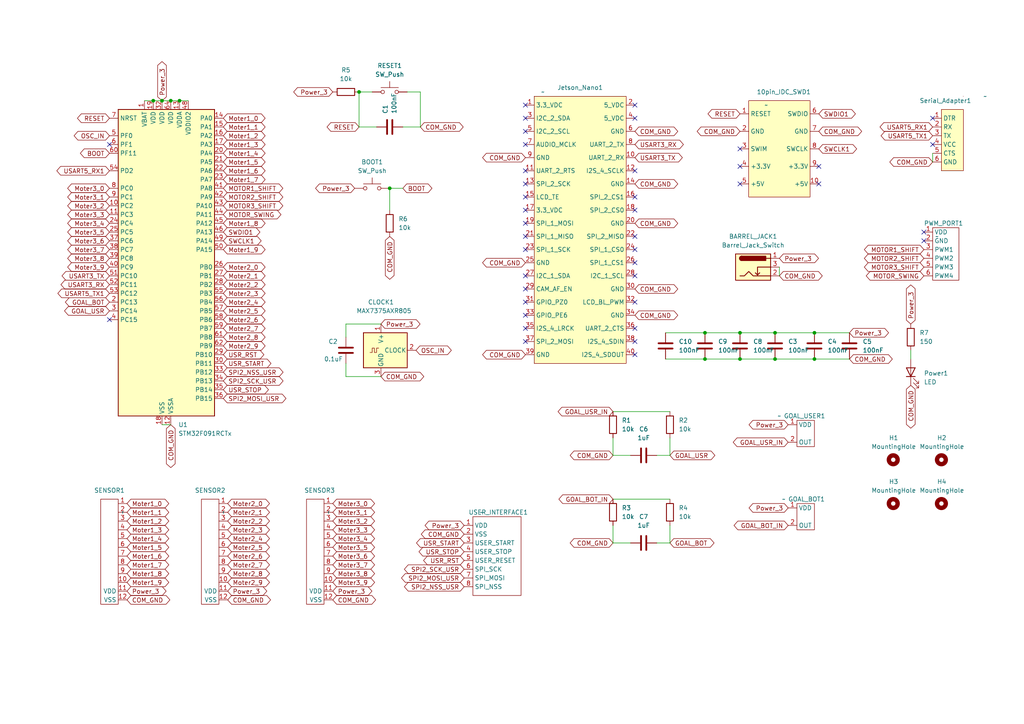
<source format=kicad_sch>
(kicad_sch (version 20230121) (generator eeschema)
  (paper "A4")
  (title_block (title "Computational Board ") (date "2024-02-27"))
  (lib_symbols
    (symbol "Connector:Barrel_Jack_Switch" (pin_names hide)
      (property "Reference" "J" (at 0 5.334 0))
      (property "Value" "Barrel_Jack_Switch" (at 0 -5.08 0))
      (symbol "Barrel_Jack_Switch_0_1"
        (rectangle (start -5.08 3.81) (end 5.08 -3.81) (stroke (width 0.254)) (fill (type background)))
        (arc (start -3.302 3.175) (mid -3.9343 2.54) (end -3.302 1.905) (stroke (width 0.254)))
        (arc (start -3.302 3.175) (mid -3.9343 2.54) (end -3.302 1.905) (stroke (width 0.254)) (fill (type outline)))
        (polyline (pts (xy 1.27 -2.286) (xy 1.905 -1.651)) (stroke (width 0.254)))
        (polyline (pts (xy 5.08 2.54) (xy 3.81 2.54)) (stroke (width 0.254)))
        (polyline (pts (xy 5.08 0) (xy 1.27 0) (xy 1.27 -2.286) (xy 0.635 -1.651)) (stroke (width 0.254)))
        (polyline (pts (xy -3.81 -2.54) (xy -2.54 -2.54) (xy -1.27 -1.27) (xy 0 -2.54) (xy 2.54 -2.54) (xy 5.08 -2.54)) (stroke (width 0.254)))
        (rectangle (start 3.683 3.175) (end -3.302 1.905) (stroke (width 0.254)) (fill (type outline)))
      )
      (symbol "Barrel_Jack_Switch_1_1"
        (pin passive line (at 7.62 2.54 180) (length 2.54) (name "~") (number "1"))
        (pin passive line (at 7.62 -2.54 180) (length 2.54) (name "~") (number "2"))
        (pin passive line (at 7.62 0 180) (length 2.54) (name "~") (number "3"))
      )
    )
    (symbol "Device:C" (pin_numbers hide) (pin_names (offset 0.254))
      (property "Reference" "C" (at 0.635 2.54 0))
      (property "Value" "C" (at 0.635 -2.54 0))
      (symbol "C_0_1"
        (polyline (pts (xy -2.032 -0.762) (xy 2.032 -0.762)) (stroke (width 0.508)))
        (polyline (pts (xy -2.032 0.762) (xy 2.032 0.762)) (stroke (width 0.508)))
      )
      (symbol "C_1_1"
        (pin passive line (at 0 3.81 270) (length 2.794) (name "~") (number "1"))
        (pin passive line (at 0 -3.81 90) (length 2.794) (name "~") (number "2"))
      )
    )
    (symbol "Device:LED" (pin_numbers hide) (pin_names (offset 1.016) hide)
      (property "Reference" "D" (at 0 2.54 0))
      (property "Value" "LED" (at 0 -2.54 0))
      (symbol "LED_0_1"
        (polyline (pts (xy -1.27 -1.27) (xy -1.27 1.27)) (stroke (width 0.254)))
        (polyline (pts (xy -1.27 0) (xy 1.27 0)))
        (polyline (pts (xy 1.27 -1.27) (xy 1.27 1.27) (xy -1.27 0) (xy 1.27 -1.27)) (stroke (width 0.254)))
        (polyline (pts (xy -3.048 -0.762) (xy -4.572 -2.286) (xy -3.81 -2.286) (xy -4.572 -2.286) (xy -4.572 -1.524)))
        (polyline (pts (xy -1.778 -0.762) (xy -3.302 -2.286) (xy -2.54 -2.286) (xy -3.302 -2.286) (xy -3.302 -1.524)))
      )
      (symbol "LED_1_1"
        (pin passive line (at -3.81 0 0) (length 2.54) (name "K") (number "1"))
        (pin passive line (at 3.81 0 180) (length 2.54) (name "A") (number "2"))
      )
    )
    (symbol "Device:R" (pin_numbers hide) (pin_names (offset 0))
      (property "Reference" "R" (at 2.032 0 90))
      (property "Value" "R" (at 0 0 90))
      (symbol "R_0_1"
        (rectangle (start -1.016 -2.54) (end 1.016 2.54) (stroke (width 0.254)))
      )
      (symbol "R_1_1"
        (pin passive line (at 0 3.81 270) (length 1.27) (name "~") (number "1"))
        (pin passive line (at 0 -3.81 90) (length 1.27) (name "~") (number "2"))
      )
    )
    (symbol "GOAL_1"
      (property "Reference" "GOAL_USER1" (at -5.08 0 0))
      (property "Value" "~" (at -6.35 0 0))
      (symbol "GOAL_1_0_1"
        (rectangle (start -1.27 -1.27) (end 3.81 -8.89))
      )
      (symbol "GOAL_1_1_1"
        (pin passive line (at -3.81 -2.54 0) (length 2.54) (name "VDD") (number "1"))
        (pin passive line (at -3.81 -7.62 0) (length 2.54) (name "OUT") (number "2"))
      )
    )
    (symbol "Hall-effect_Sensor_Port_1"
      (property "Reference" "SENSOR1" (at 11.43 -5.08 0))
      (property "Value" "~" (at 0 0 0))
      (symbol "Hall-effect_Sensor_Port_1_0_1"
        (rectangle (start -3.81 -1.27) (end 26.67 -6.35))
      )
      (symbol "Hall-effect_Sensor_Port_1_1_1"
        (pin passive line (at -2.54 1.27 270) (length 2.54) (name "") (number "1"))
        (pin passive line (at 20.32 1.27 270) (length 2.54) (name "") (number "10"))
        (pin passive line (at 22.86 1.27 270) (length 2.54) (name "VDD") (number "11"))
        (pin passive line (at 25.4 1.27 270) (length 2.54) (name "VSS") (number "12"))
        (pin passive line (at 0 1.27 270) (length 2.54) (name "") (number "2"))
        (pin passive line (at 2.54 1.27 270) (length 2.54) (name "") (number "3"))
        (pin passive line (at 5.08 1.27 270) (length 2.54) (name "") (number "4"))
        (pin passive line (at 7.62 1.27 270) (length 2.54) (name "") (number "5"))
        (pin passive line (at 10.16 1.27 270) (length 2.54) (name "") (number "6"))
        (pin passive line (at 12.7 1.27 270) (length 2.54) (name "") (number "7"))
        (pin passive line (at 15.24 1.27 270) (length 2.54) (name "") (number "8"))
        (pin passive line (at 17.78 1.27 270) (length 2.54) (name "") (number "9"))
      )
    )
    (symbol "Hall-effect_Sensor_Port_2"
      (property "Reference" "SENSOR2" (at -6.35 -1.27 90))
      (property "Value" "~" (at 0 0 0))
      (symbol "Hall-effect_Sensor_Port_2_0_1"
        (rectangle (start -3.81 -1.27) (end 26.67 -6.35))
      )
      (symbol "Hall-effect_Sensor_Port_2_1_1"
        (pin passive line (at -2.54 1.27 270) (length 2.54) (name "") (number "1"))
        (pin passive line (at 20.32 1.27 270) (length 2.54) (name "") (number "10"))
        (pin passive line (at 22.86 1.27 270) (length 2.54) (name "VDD") (number "11"))
        (pin passive line (at 25.4 1.27 270) (length 2.54) (name "VSS") (number "12"))
        (pin passive line (at 0 1.27 270) (length 2.54) (name "") (number "2"))
        (pin passive line (at 2.54 1.27 270) (length 2.54) (name "") (number "3"))
        (pin passive line (at 5.08 1.27 270) (length 2.54) (name "") (number "4"))
        (pin passive line (at 7.62 1.27 270) (length 2.54) (name "") (number "5"))
        (pin passive line (at 10.16 1.27 270) (length 2.54) (name "") (number "6"))
        (pin passive line (at 12.7 1.27 270) (length 2.54) (name "") (number "7"))
        (pin passive line (at 15.24 1.27 270) (length 2.54) (name "") (number "8"))
        (pin passive line (at 17.78 1.27 270) (length 2.54) (name "") (number "9"))
      )
    )
    (symbol "MCU_ST_STM32F0:STM32F091RCTx"
      (property "Reference" "U" (at -12.7 46.99 0))
      (property "Value" "STM32F091RCTx" (at 10.16 46.99 0))
      (symbol "STM32F091RCTx_0_1"
        (rectangle (start -12.7 -43.18) (end 15.24 45.72) (stroke (width 0.254)) (fill (type background)))
      )
      (symbol "STM32F091RCTx_1_1"
        (pin power_in line (at -5.08 48.26 270) (length 2.54) (name "VBAT") (number "1"))
        (pin bidirectional line (at -15.24 17.78 0) (length 2.54) (name "PC2") (number "10"))
        (pin bidirectional line (at -15.24 15.24 0) (length 2.54) (name "PC3") (number "11"))
        (pin power_in line (at 2.54 -45.72 90) (length 2.54) (name "VSSA") (number "12"))
        (pin power_in line (at 5.08 48.26 270) (length 2.54) (name "VDDA") (number "13"))
        (pin bidirectional line (at 17.78 43.18 180) (length 2.54) (name "PA0") (number "14"))
        (pin bidirectional line (at 17.78 40.64 180) (length 2.54) (name "PA1") (number "15"))
        (pin bidirectional line (at 17.78 38.1 180) (length 2.54) (name "PA2") (number "16"))
        (pin bidirectional line (at 17.78 35.56 180) (length 2.54) (name "PA3") (number "17"))
        (pin power_in line (at 0 -45.72 90) (length 2.54) (name "VSS") (number "18"))
        (pin power_in line (at -2.54 48.26 270) (length 2.54) (name "VDD") (number "19"))
        (pin bidirectional line (at -15.24 -10.16 0) (length 2.54) (name "PC13") (number "2"))
        (pin bidirectional line (at 17.78 33.02 180) (length 2.54) (name "PA4") (number "20"))
        (pin bidirectional line (at 17.78 30.48 180) (length 2.54) (name "PA5") (number "21"))
        (pin bidirectional line (at 17.78 27.94 180) (length 2.54) (name "PA6") (number "22"))
        (pin bidirectional line (at 17.78 25.4 180) (length 2.54) (name "PA7") (number "23"))
        (pin bidirectional line (at -15.24 12.7 0) (length 2.54) (name "PC4") (number "24"))
        (pin bidirectional line (at -15.24 10.16 0) (length 2.54) (name "PC5") (number "25"))
        (pin bidirectional line (at 17.78 0 180) (length 2.54) (name "PB0") (number "26"))
        (pin bidirectional line (at 17.78 -2.54 180) (length 2.54) (name "PB1") (number "27"))
        (pin bidirectional line (at 17.78 -5.08 180) (length 2.54) (name "PB2") (number "28"))
        (pin bidirectional line (at 17.78 -25.4 180) (length 2.54) (name "PB10") (number "29"))
        (pin bidirectional line (at -15.24 -12.7 0) (length 2.54) (name "PC14") (number "3"))
        (pin bidirectional line (at 17.78 -27.94 180) (length 2.54) (name "PB11") (number "30"))
        (pin passive line (at 0 -45.72 90) (length 2.54) hide (name "VSS") (number "31"))
        (pin power_in line (at 0 48.26 270) (length 2.54) (name "VDD") (number "32"))
        (pin bidirectional line (at 17.78 -30.48 180) (length 2.54) (name "PB12") (number "33"))
        (pin bidirectional line (at 17.78 -33.02 180) (length 2.54) (name "PB13") (number "34"))
        (pin bidirectional line (at 17.78 -35.56 180) (length 2.54) (name "PB14") (number "35"))
        (pin bidirectional line (at 17.78 -38.1 180) (length 2.54) (name "PB15") (number "36"))
        (pin bidirectional line (at -15.24 7.62 0) (length 2.54) (name "PC6") (number "37"))
        (pin bidirectional line (at -15.24 5.08 0) (length 2.54) (name "PC7") (number "38"))
        (pin bidirectional line (at -15.24 2.54 0) (length 2.54) (name "PC8") (number "39"))
        (pin bidirectional line (at -15.24 -15.24 0) (length 2.54) (name "PC15") (number "4"))
        (pin bidirectional line (at -15.24 0 0) (length 2.54) (name "PC9") (number "40"))
        (pin bidirectional line (at 17.78 22.86 180) (length 2.54) (name "PA8") (number "41"))
        (pin bidirectional line (at 17.78 20.32 180) (length 2.54) (name "PA9") (number "42"))
        (pin bidirectional line (at 17.78 17.78 180) (length 2.54) (name "PA10") (number "43"))
        (pin bidirectional line (at 17.78 15.24 180) (length 2.54) (name "PA11") (number "44"))
        (pin bidirectional line (at 17.78 12.7 180) (length 2.54) (name "PA12") (number "45"))
        (pin bidirectional line (at 17.78 10.16 180) (length 2.54) (name "PA13") (number "46"))
        (pin passive line (at 0 -45.72 90) (length 2.54) hide (name "VSS") (number "47"))
        (pin power_in line (at 7.62 48.26 270) (length 2.54) (name "VDDIO2") (number "48"))
        (pin bidirectional line (at 17.78 7.62 180) (length 2.54) (name "PA14") (number "49"))
        (pin bidirectional line (at -15.24 38.1 0) (length 2.54) (name "PF0") (number "5"))
        (pin bidirectional line (at 17.78 5.08 180) (length 2.54) (name "PA15") (number "50"))
        (pin bidirectional line (at -15.24 -2.54 0) (length 2.54) (name "PC10") (number "51"))
        (pin bidirectional line (at -15.24 -5.08 0) (length 2.54) (name "PC11") (number "52"))
        (pin bidirectional line (at -15.24 -7.62 0) (length 2.54) (name "PC12") (number "53"))
        (pin bidirectional line (at -15.24 27.94 0) (length 2.54) (name "PD2") (number "54"))
        (pin bidirectional line (at 17.78 -7.62 180) (length 2.54) (name "PB3") (number "55"))
        (pin bidirectional line (at 17.78 -10.16 180) (length 2.54) (name "PB4") (number "56"))
        (pin bidirectional line (at 17.78 -12.7 180) (length 2.54) (name "PB5") (number "57"))
        (pin bidirectional line (at 17.78 -15.24 180) (length 2.54) (name "PB6") (number "58"))
        (pin bidirectional line (at 17.78 -17.78 180) (length 2.54) (name "PB7") (number "59"))
        (pin bidirectional line (at -15.24 35.56 0) (length 2.54) (name "PF1") (number "6"))
        (pin bidirectional line (at -15.24 33.02 0) (length 2.54) (name "PF11") (number "60"))
        (pin bidirectional line (at 17.78 -20.32 180) (length 2.54) (name "PB8") (number "61"))
        (pin bidirectional line (at 17.78 -22.86 180) (length 2.54) (name "PB9") (number "62"))
        (pin passive line (at 0 -45.72 90) (length 2.54) hide (name "VSS") (number "63"))
        (pin power_in line (at 2.54 48.26 270) (length 2.54) (name "VDD") (number "64"))
        (pin input line (at -15.24 43.18 0) (length 2.54) (name "NRST") (number "7"))
        (pin bidirectional line (at -15.24 22.86 0) (length 2.54) (name "PC0") (number "8"))
        (pin bidirectional line (at -15.24 20.32 0) (length 2.54) (name "PC1") (number "9"))
      )
    )
    (symbol "Mechanical:MountingHole" (pin_names (offset 1.016))
      (property "Reference" "H" (at 0 5.08 0))
      (property "Value" "MountingHole" (at 0 3.175 0))
      (symbol "MountingHole_0_1"
        (circle (center 0 0) (radius 1.27) (stroke (width 1.27)))
      )
    )
    (symbol "Oscillator:MAX7375AXR805" (pin_names (offset 0.254))
      (property "Reference" "U" (at -2.54 6.35 0))
      (property "Value" "MAX7375AXR805" (at 1.27 -6.35 0))
      (symbol "MAX7375AXR805_0_1"
        (rectangle (start -5.08 5.08) (end 7.62 -5.08) (stroke (width 0.254)) (fill (type background)))
        (polyline (pts (xy -3.175 -0.635) (xy -2.54 -0.635) (xy -2.54 0.635) (xy -1.905 0.635) (xy -1.905 -0.635) (xy -1.27 -0.635) (xy -1.27 0.635) (xy -0.635 0.635)))
      )
      (symbol "MAX7375AXR805_1_1"
        (pin power_in line (at 0 7.62 270) (length 2.54) (name "V+") (number "1"))
        (pin output line (at 10.16 0 180) (length 2.54) (name "CLOCK") (number "2"))
        (pin power_in line (at 0 -7.62 90) (length 2.54) (name "GND") (number "3"))
      )
    )
    (symbol "Senior Design:GOAL"
      (property "Reference" "GOAL_BOT1" (at -3.81 0 0))
      (property "Value" "~" (at -5.08 0 0))
      (symbol "GOAL_0_1"
        (rectangle (start -1.27 -1.27) (end 3.81 -8.89))
      )
      (symbol "GOAL_1_1"
        (pin passive line (at -3.81 -2.54 0) (length 2.54) (name "VDD") (number "1"))
        (pin passive line (at -3.81 -7.62 0) (length 2.54) (name "OUT") (number "2"))
      )
    )
    (symbol "Senior Design:Hall-effect_Sensor_Port"
      (property "Reference" "SENSOR3" (at -6.35 -2.54 90))
      (property "Value" "~" (at 0 0 0))
      (symbol "Hall-effect_Sensor_Port_0_1"
        (rectangle (start -3.81 -1.27) (end 26.67 -6.35))
      )
      (symbol "Hall-effect_Sensor_Port_1_1"
        (pin passive line (at -2.54 1.27 270) (length 2.54) (name "") (number "1"))
        (pin passive line (at 20.32 1.27 270) (length 2.54) (name "") (number "10"))
        (pin passive line (at 22.86 1.27 270) (length 2.54) (name "VDD") (number "11"))
        (pin passive line (at 25.4 1.27 270) (length 2.54) (name "VSS") (number "12"))
        (pin passive line (at 0 1.27 270) (length 2.54) (name "") (number "2"))
        (pin passive line (at 2.54 1.27 270) (length 2.54) (name "") (number "3"))
        (pin passive line (at 5.08 1.27 270) (length 2.54) (name "") (number "4"))
        (pin passive line (at 7.62 1.27 270) (length 2.54) (name "") (number "5"))
        (pin passive line (at 10.16 1.27 270) (length 2.54) (name "") (number "6"))
        (pin passive line (at 12.7 1.27 270) (length 2.54) (name "") (number "7"))
        (pin passive line (at 15.24 1.27 270) (length 2.54) (name "") (number "8"))
        (pin passive line (at 17.78 1.27 270) (length 2.54) (name "") (number "9"))
      )
    )
    (symbol "Senior Design:Power_Unit"
      (property "Reference" "PWM_PORT1" (at -3.81 3.81 0))
      (property "Value" "~" (at 0 0 0))
      (symbol "Power_Unit_0_1"
        (rectangle (start -1.27 2.54) (end 6.35 -12.7))
      )
      (symbol "Power_Unit_1_1"
        (pin passive line (at -3.81 1.27 0) (length 2.54) (name "VDD") (number "1"))
        (pin passive line (at -3.81 -1.27 0) (length 2.54) (name "GND") (number "2"))
        (pin passive line (at -3.81 -3.81 0) (length 2.54) (name "PWM1") (number "3"))
        (pin passive line (at -3.81 -6.35 0) (length 2.54) (name "PWM2") (number "4"))
        (pin passive line (at -3.81 -8.89 0) (length 2.54) (name "PWM3") (number "5"))
        (pin passive line (at -3.81 -11.43 0) (length 2.54) (name "PWM4") (number "6"))
      )
    )
    (symbol "Senior Design:User_Interface"
      (property "Reference" "USER" (at 3.81 1.27 0))
      (symbol "User_Interface_0_1"
        (rectangle (start -2.54 -1.27) (end 11.43 -24.13))
      )
      (symbol "User_Interface_1_1"
        (pin passive line (at -5.08 -3.81 0) (length 2.54) (name "VDD") (number "1"))
        (pin passive line (at -5.08 -6.35 0) (length 2.54) (name "VSS") (number "2"))
        (pin passive line (at -5.08 -8.89 0) (length 2.54) (name "USER_START") (number "3"))
        (pin passive line (at -5.08 -11.43 0) (length 2.54) (name "USER_STOP") (number "4"))
        (pin passive line (at -5.08 -13.97 0) (length 2.54) (name "USER_RESET") (number "5"))
        (pin passive line (at -5.08 -16.51 0) (length 2.54) (name "SPI_SCK") (number "6"))
        (pin passive line (at -5.08 -19.05 0) (length 2.54) (name "SPI_MOSI") (number "7"))
        (pin passive line (at -5.08 -21.59 0) (length 2.54) (name "SPI_NSS") (number "8"))
      )
    )
    (symbol "Senior_Design:Jetson_Nano_GPIO"
      (property "Reference" "Jetson" (at 10.16 1.27 0))
      (symbol "Jetson_Nano_GPIO_1_1"
        (rectangle (start -2.54 -1.27) (end 24.13 -78.74) (fill (type background)))
        (pin passive line (at -5.08 -3.81 0) (length 2.54) (name "3.3_VDC") (number "1"))
        (pin passive line (at 26.67 -19.05 180) (length 2.54) (name "UART_2_RX") (number "10"))
        (pin passive line (at -5.08 -22.86 0) (length 2.54) (name "UART_2_RTS") (number "11"))
        (pin passive line (at 26.67 -22.86 180) (length 2.54) (name "I2S_4_SCLK") (number "12"))
        (pin passive line (at -5.08 -26.67 0) (length 2.54) (name "SPI_2_SCK") (number "13"))
        (pin passive line (at 26.67 -26.67 180) (length 2.54) (name "GND") (number "14"))
        (pin passive line (at -5.08 -30.48 0) (length 2.54) (name "LCD_TE") (number "15"))
        (pin passive line (at 26.67 -30.48 180) (length 2.54) (name "SPI_2_CS1") (number "16"))
        (pin passive line (at -5.08 -34.29 0) (length 2.54) (name "3.3_VDC") (number "17"))
        (pin passive line (at 26.67 -34.29 180) (length 2.54) (name "SPI_2_CS0") (number "18"))
        (pin passive line (at -5.08 -38.1 0) (length 2.54) (name "SPI_1_MOSI") (number "19"))
        (pin passive line (at 26.67 -3.81 180) (length 2.54) (name "5_VDC") (number "2"))
        (pin passive line (at 26.67 -38.1 180) (length 2.54) (name "GND") (number "20"))
        (pin passive line (at -5.08 -41.91 0) (length 2.54) (name "SPI_1_MISO") (number "21"))
        (pin passive line (at 26.67 -41.91 180) (length 2.54) (name "SPI_2_MISO") (number "22"))
        (pin passive line (at -5.08 -45.72 0) (length 2.54) (name "SPI_1_SCK") (number "23"))
        (pin passive line (at 26.67 -45.72 180) (length 2.54) (name "SPI_1_CS0") (number "24"))
        (pin passive line (at -5.08 -49.53 0) (length 2.54) (name "GND") (number "25"))
        (pin passive line (at 26.67 -49.53 180) (length 2.54) (name "SPI_1_CS1") (number "26"))
        (pin passive line (at -5.08 -53.34 0) (length 2.54) (name "I2C_1_SDA") (number "27"))
        (pin passive line (at 26.67 -53.34 180) (length 2.54) (name "I2C_1_SCL") (number "28"))
        (pin passive line (at -5.08 -57.15 0) (length 2.54) (name "CAM_AF_EN") (number "29"))
        (pin passive line (at -5.08 -7.62 0) (length 2.54) (name "I2C_2_SDA") (number "3"))
        (pin passive line (at 26.67 -57.15 180) (length 2.54) (name "GND") (number "30"))
        (pin passive line (at -5.08 -60.96 0) (length 2.54) (name "GPIO_PZ0") (number "31"))
        (pin passive line (at 26.67 -60.96 180) (length 2.54) (name "LCD_BL_PWM") (number "32"))
        (pin passive line (at -5.08 -64.77 0) (length 2.54) (name "GPIO_PE6") (number "33"))
        (pin passive line (at 26.67 -64.77 180) (length 2.54) (name "GND") (number "34"))
        (pin passive line (at -5.08 -68.58 0) (length 2.54) (name "I2S_4_LRCK") (number "35"))
        (pin passive line (at 26.67 -68.58 180) (length 2.54) (name "UART_2_CTS") (number "36"))
        (pin passive line (at -5.08 -72.39 0) (length 2.54) (name "SPI_2_MOSI") (number "37"))
        (pin passive line (at 26.67 -72.39 180) (length 2.54) (name "I2S_4_SDIN") (number "38"))
        (pin passive line (at -5.08 -76.2 0) (length 2.54) (name "GND") (number "39"))
        (pin passive line (at 26.67 -7.62 180) (length 2.54) (name "5_VDC") (number "4"))
        (pin passive line (at 26.67 -76.2 180) (length 2.54) (name "I2S_4_SDOUT") (number "40"))
        (pin passive line (at -5.08 -11.43 0) (length 2.54) (name "I2C_2_SCL") (number "5"))
        (pin passive line (at 26.67 -11.43 180) (length 2.54) (name "GND") (number "6"))
        (pin passive line (at -5.08 -15.24 0) (length 2.54) (name "AUDIO_MCLK") (number "7"))
        (pin passive line (at 26.67 -15.24 180) (length 2.54) (name "UART_2_TX") (number "8"))
        (pin passive line (at -5.08 -19.05 0) (length 2.54) (name "GND") (number "9"))
      )
    )
    (symbol "Senior_Design:ST-Link_V2_Clone"
      (property "Reference" "10pin_IDC_SWD" (at 3.81 3.81 0))
      (symbol "ST-Link_V2_Clone_1_1"
        (rectangle (start -5.08 1.27) (end 12.7 -26.67) (fill (type background)))
        (pin passive line (at -7.62 -2.54 0) (length 2.54) (name "RESET") (number "1"))
        (pin passive line (at 15.24 -22.86 180) (length 2.54) (name "+5V") (number "10"))
        (pin passive line (at -7.62 -7.62 0) (length 2.54) (name "GND") (number "2"))
        (pin passive line (at -7.62 -12.7 0) (length 2.54) (name "SWIM") (number "3"))
        (pin passive line (at -7.62 -17.78 0) (length 2.54) (name "+3.3V") (number "4"))
        (pin passive line (at -7.62 -22.86 0) (length 2.54) (name "+5V") (number "5"))
        (pin passive line (at 15.24 -2.54 180) (length 2.54) (name "SWDIO") (number "6"))
        (pin passive line (at 15.24 -7.62 180) (length 2.54) (name "GND") (number "7"))
        (pin passive line (at 15.24 -12.7 180) (length 2.54) (name "SWCLK") (number "8"))
        (pin passive line (at 15.24 -17.78 180) (length 2.54) (name "+3.3V") (number "9"))
      )
    )
    (symbol "Serial_adapter:Serial_Adapter"
      (property "Reference" "Serial_Adapter" (at -10.16 -1.27 0))
      (symbol "Serial_Adapter_0_1"
        (rectangle (start -6.35 0) (end -6.35 0))
      )
      (symbol "Serial_Adapter_1_1"
        (rectangle (start -12.7 -3.81) (end -6.35 -21.59) (fill (type background)))
        (pin passive line (at -15.24 -6.35 0) (length 2.54) (name "DTR") (number "1"))
        (pin passive line (at -15.24 -8.89 0) (length 2.54) (name "RX") (number "2"))
        (pin passive line (at -15.24 -11.43 0) (length 2.54) (name "TX") (number "3"))
        (pin passive line (at -15.24 -13.97 0) (length 2.54) (name "VCC") (number "4"))
        (pin passive line (at -15.24 -16.51 0) (length 2.54) (name "CTS") (number "5"))
        (pin passive line (at -15.24 -19.05 0) (length 2.54) (name "GND") (number "6"))
      )
    )
    (symbol "Switch:SW_Push" (pin_numbers hide) (pin_names (offset 1.016) hide)
      (property "Reference" "SW" (at 1.27 2.54 0))
      (property "Value" "SW_Push" (at 0 -1.524 0))
      (symbol "SW_Push_0_1"
        (circle (center -2.032 0) (radius 0.508))
        (polyline (pts (xy 0 1.27) (xy 0 3.048)))
        (polyline (pts (xy 2.54 1.27) (xy -2.54 1.27)))
        (circle (center 2.032 0) (radius 0.508))
        (pin passive line (at -5.08 0 0) (length 2.54) (name "1") (number "1"))
        (pin passive line (at 5.08 0 180) (length 2.54) (name "2") (number "2"))
      )
    )
  )
  (junction (at 214.63 104.14))
  (junction (at 204.47 104.14))
  (junction (at 113.03 54.61))
  (junction (at 44.45 29.21))
  (junction (at 224.79 104.14))
  (junction (at 49.53 29.21))
  (junction (at 236.22 96.52))
  (junction (at 46.99 29.21))
  (junction (at 52.07 29.21))
  (junction (at 104.14 26.67))
  (junction (at 214.63 96.52))
  (junction (at 204.47 96.52))
  (junction (at 236.22 104.14))
  (junction (at 224.79 96.52))
  (no_connect (at 184.15 95.25))
  (no_connect (at 184.15 102.87))
  (no_connect (at 152.4 83.82))
  (no_connect (at 152.4 99.06))
  (no_connect (at 214.63 43.18))
  (no_connect (at 184.15 76.2))
  (no_connect (at 184.15 68.58))
  (no_connect (at 152.4 41.91))
  (no_connect (at 184.15 60.96))
  (no_connect (at 152.4 64.77))
  (no_connect (at 270.51 41.91))
  (no_connect (at 237.49 48.26))
  (no_connect (at 31.75 92.71))
  (no_connect (at 152.4 72.39))
  (no_connect (at 152.4 68.58))
  (no_connect (at 184.15 72.39))
  (no_connect (at 152.4 87.63))
  (no_connect (at 267.97 67.31))
  (no_connect (at 267.97 69.85))
  (no_connect (at 152.4 49.53))
  (no_connect (at 152.4 53.34))
  (no_connect (at 214.63 48.26))
  (no_connect (at 152.4 57.15))
  (no_connect (at 184.15 99.06))
  (no_connect (at 152.4 95.25))
  (no_connect (at 152.4 38.1))
  (no_connect (at 152.4 91.44))
  (no_connect (at 152.4 34.29))
  (no_connect (at 152.4 80.01))
  (no_connect (at 237.49 53.34))
  (no_connect (at 31.75 41.91))
  (no_connect (at 184.15 49.53))
  (no_connect (at 270.51 34.29))
  (no_connect (at 152.4 60.96))
  (no_connect (at 184.15 34.29))
  (no_connect (at 184.15 80.01))
  (no_connect (at 184.15 30.48))
  (no_connect (at 184.15 57.15))
  (no_connect (at 214.63 53.34))
  (no_connect (at 152.4 30.48))
  (no_connect (at 184.15 87.63))
  (wire (pts (xy 177.8 144.78) (xy 194.31 144.78)))
  (wire (pts (xy 177.8 152.4) (xy 177.8 157.48)))
  (wire (pts (xy 204.47 104.14) (xy 214.63 104.14)))
  (wire (pts (xy 177.8 127) (xy 177.8 132.08)))
  (wire (pts (xy 226.06 80.01) (xy 226.06 77.47)))
  (wire (pts (xy 44.45 29.21) (xy 41.91 29.21)))
  (wire (pts (xy 46.99 123.19) (xy 49.53 123.19)))
  (wire (pts (xy 236.22 104.14) (xy 246.38 104.14)))
  (wire (pts (xy 193.04 104.14) (xy 204.47 104.14)))
  (wire (pts (xy 224.79 96.52) (xy 236.22 96.52)))
  (wire (pts (xy 270.51 44.45) (xy 270.51 46.99)))
  (wire (pts (xy 193.04 96.52) (xy 204.47 96.52)))
  (wire (pts (xy 214.63 104.14) (xy 224.79 104.14)))
  (wire (pts (xy 109.22 36.83) (xy 104.14 36.83)))
  (wire (pts (xy 194.31 157.48) (xy 194.31 152.4)))
  (wire (pts (xy 214.63 96.52) (xy 224.79 96.52)))
  (wire (pts (xy 121.92 36.83) (xy 116.84 36.83)))
  (wire (pts (xy 177.8 157.48) (xy 182.88 157.48)))
  (wire (pts (xy 190.5 132.08) (xy 194.31 132.08)))
  (wire (pts (xy 177.8 119.38) (xy 194.31 119.38)))
  (wire (pts (xy 118.11 26.67) (xy 121.92 26.67)))
  (wire (pts (xy 113.03 54.61) (xy 116.84 54.61)))
  (wire (pts (xy 121.92 26.67) (xy 121.92 36.83)))
  (wire (pts (xy 52.07 29.21) (xy 54.61 29.21)))
  (wire (pts (xy 49.53 29.21) (xy 52.07 29.21)))
  (wire (pts (xy 264.16 101.6) (xy 264.16 104.14)))
  (wire (pts (xy 236.22 96.52) (xy 246.38 96.52)))
  (wire (pts (xy 100.33 109.22) (xy 110.49 109.22)))
  (wire (pts (xy 177.8 132.08) (xy 182.88 132.08)))
  (wire (pts (xy 104.14 36.83) (xy 104.14 26.67)))
  (wire (pts (xy 190.5 157.48) (xy 194.31 157.48)))
  (wire (pts (xy 224.79 104.14) (xy 236.22 104.14)))
  (wire (pts (xy 194.31 132.08) (xy 194.31 127)))
  (wire (pts (xy 104.14 26.67) (xy 107.95 26.67)))
  (wire (pts (xy 44.45 29.21) (xy 46.99 29.21)))
  (wire (pts (xy 113.03 60.96) (xy 113.03 54.61)))
  (wire (pts (xy 100.33 105.41) (xy 100.33 109.22)))
  (wire (pts (xy 204.47 96.52) (xy 214.63 96.52)))
  (wire (pts (xy 110.49 93.98) (xy 100.33 93.98)))
  (wire (pts (xy 100.33 93.98) (xy 100.33 97.79)))
  (wire (pts (xy 46.99 29.21) (xy 49.53 29.21)))
  (global_label "Moter3_8" (shape bidirectional) (at 96.52 166.37 0) (property "Intersheetrefs" "${INTERSHEET_REFS}" (effects hide)))
  (global_label "USART3_TX" (shape bidirectional) (at 31.75 80.01 180) (property "Intersheetrefs" "${INTERSHEET_REFS}" (effects hide)))
  (global_label "Moter3_6" (shape bidirectional) (at 31.75 69.85 180) (property "Intersheetrefs" "${INTERSHEET_REFS}" (effects hide)))
  (global_label "Moter1_3" (shape bidirectional) (at 36.83 153.67 0) (property "Intersheetrefs" "${INTERSHEET_REFS}" (effects hide)))
  (global_label "MOTOR1_SHIFT" (shape bidirectional) (at 267.97 72.39 180) (property "Intersheetrefs" "${INTERSHEET_REFS}" (effects hide)))
  (global_label "SWDIO1" (shape bidirectional) (at 64.77 67.31 0) (property "Intersheetrefs" "${INTERSHEET_REFS}" (effects hide)))
  (global_label "Power_3" (shape bidirectional) (at 96.52 26.67 180) (property "Intersheetrefs" "${INTERSHEET_REFS}" (effects hide)))
  (global_label "Moter3_4" (shape bidirectional) (at 96.52 156.21 0) (property "Intersheetrefs" "${INTERSHEET_REFS}" (effects hide)))
  (global_label "Moter2_2" (shape bidirectional) (at 64.77 82.55 0) (property "Intersheetrefs" "${INTERSHEET_REFS}" (effects hide)))
  (global_label "COM_GND" (shape bidirectional) (at 36.83 173.99 0) (property "Intersheetrefs" "${INTERSHEET_REFS}" (effects hide)))
  (global_label "BOOT" (shape bidirectional) (at 116.84 54.61 0) (property "Intersheetrefs" "${INTERSHEET_REFS}" (effects hide)))
  (global_label "Moter1_8" (shape bidirectional) (at 64.77 64.77 0) (property "Intersheetrefs" "${INTERSHEET_REFS}" (effects hide)))
  (global_label "COM_GND" (shape bidirectional) (at 49.53 123.19 270) (property "Intersheetrefs" "${INTERSHEET_REFS}" (effects hide)))
  (global_label "Moter1_6" (shape bidirectional) (at 64.77 49.53 0) (property "Intersheetrefs" "${INTERSHEET_REFS}" (effects hide)))
  (global_label "SPI2_MOSI_USR" (shape bidirectional) (at 64.77 115.57 0) (property "Intersheetrefs" "${INTERSHEET_REFS}" (effects hide)))
  (global_label "Moter1_2" (shape bidirectional) (at 36.83 151.13 0) (property "Intersheetrefs" "${INTERSHEET_REFS}" (effects hide)))
  (global_label "Moter2_3" (shape bidirectional) (at 66.04 153.67 0) (property "Intersheetrefs" "${INTERSHEET_REFS}" (effects hide)))
  (global_label "COM_GND" (shape bidirectional) (at 184.15 83.82 0) (property "Intersheetrefs" "${INTERSHEET_REFS}" (effects hide)))
  (global_label "Moter3_0" (shape bidirectional) (at 31.75 54.61 180) (property "Intersheetrefs" "${INTERSHEET_REFS}" (effects hide)))
  (global_label "USR_START" (shape bidirectional) (at 64.77 105.41 0) (property "Intersheetrefs" "${INTERSHEET_REFS}" (effects hide)))
  (global_label "SPI2_SCK_USR" (shape bidirectional) (at 134.62 165.1 180) (property "Intersheetrefs" "${INTERSHEET_REFS}" (effects hide)))
  (global_label "RESET" (shape bidirectional) (at 214.63 33.02 180) (property "Intersheetrefs" "${INTERSHEET_REFS}" (effects hide)))
  (global_label "MOTOR2_SHIFT" (shape bidirectional) (at 64.77 57.15 0) (property "Intersheetrefs" "${INTERSHEET_REFS}" (effects hide)))
  (global_label "SWCLK1" (shape bidirectional) (at 64.77 69.85 0) (property "Intersheetrefs" "${INTERSHEET_REFS}" (effects hide)))
  (global_label "Moter2_6" (shape bidirectional) (at 66.04 161.29 0) (property "Intersheetrefs" "${INTERSHEET_REFS}" (effects hide)))
  (global_label "COM_GND" (shape bidirectional) (at 246.38 104.14 0) (property "Intersheetrefs" "${INTERSHEET_REFS}" (effects hide)))
  (global_label "Power_3" (shape bidirectional) (at 110.49 93.98 0) (property "Intersheetrefs" "${INTERSHEET_REFS}" (effects hide)))
  (global_label "BOOT" (shape bidirectional) (at 31.75 44.45 180) (property "Intersheetrefs" "${INTERSHEET_REFS}" (effects hide)))
  (global_label "MOTOR2_SHIFT" (shape bidirectional) (at 267.97 74.93 180) (property "Intersheetrefs" "${INTERSHEET_REFS}" (effects hide)))
  (global_label "Moter2_8" (shape bidirectional) (at 66.04 166.37 0) (property "Intersheetrefs" "${INTERSHEET_REFS}" (effects hide)))
  (global_label "Moter3_0" (shape bidirectional) (at 96.52 146.05 0) (property "Intersheetrefs" "${INTERSHEET_REFS}" (effects hide)))
  (global_label "GOAL_USR_IN" (shape bidirectional) (at 228.6 128.27 180) (property "Intersheetrefs" "${INTERSHEET_REFS}" (effects hide)))
  (global_label "Moter3_5" (shape bidirectional) (at 31.75 67.31 180) (property "Intersheetrefs" "${INTERSHEET_REFS}" (effects hide)))
  (global_label "SPI2_NSS_USR" (shape bidirectional) (at 134.62 170.18 180) (property "Intersheetrefs" "${INTERSHEET_REFS}" (effects hide)))
  (global_label "Power_3" (shape bidirectional) (at 226.06 74.93 0) (property "Intersheetrefs" "${INTERSHEET_REFS}" (effects hide)))
  (global_label "GOAL_BOT" (shape bidirectional) (at 31.75 87.63 180) (property "Intersheetrefs" "${INTERSHEET_REFS}" (effects hide)))
  (global_label "COM_GND" (shape bidirectional) (at 184.15 64.77 0) (property "Intersheetrefs" "${INTERSHEET_REFS}" (effects hide)))
  (global_label "Moter3_2" (shape bidirectional) (at 96.52 151.13 0) (property "Intersheetrefs" "${INTERSHEET_REFS}" (effects hide)))
  (global_label "Moter1_0" (shape bidirectional) (at 64.77 34.29 0) (property "Intersheetrefs" "${INTERSHEET_REFS}" (effects hide)))
  (global_label "GOAL_USR" (shape bidirectional) (at 194.31 132.08 0) (property "Intersheetrefs" "${INTERSHEET_REFS}" (effects hide)))
  (global_label "Moter3_4" (shape bidirectional) (at 31.75 64.77 180) (property "Intersheetrefs" "${INTERSHEET_REFS}" (effects hide)))
  (global_label "Moter1_7" (shape bidirectional) (at 36.83 163.83 0) (property "Intersheetrefs" "${INTERSHEET_REFS}" (effects hide)))
  (global_label "MOTOR3_SHIFT" (shape bidirectional) (at 64.77 59.69 0) (property "Intersheetrefs" "${INTERSHEET_REFS}" (effects hide)))
  (global_label "SPI2_MOSI_USR" (shape bidirectional) (at 134.62 167.64 180) (property "Intersheetrefs" "${INTERSHEET_REFS}" (effects hide)))
  (global_label "Moter2_1" (shape bidirectional) (at 64.77 80.01 0) (property "Intersheetrefs" "${INTERSHEET_REFS}" (effects hide)))
  (global_label "Moter3_3" (shape bidirectional) (at 96.52 153.67 0) (property "Intersheetrefs" "${INTERSHEET_REFS}" (effects hide)))
  (global_label "Moter3_3" (shape bidirectional) (at 31.75 62.23 180) (property "Intersheetrefs" "${INTERSHEET_REFS}" (effects hide)))
  (global_label "Power_3" (shape bidirectional) (at 36.83 171.45 0) (property "Intersheetrefs" "${INTERSHEET_REFS}" (effects hide)))
  (global_label "Moter2_5" (shape bidirectional) (at 66.04 158.75 0) (property "Intersheetrefs" "${INTERSHEET_REFS}" (effects hide)))
  (global_label "GOAL_USR_IN" (shape bidirectional) (at 177.8 119.38 180) (property "Intersheetrefs" "${INTERSHEET_REFS}" (effects hide)))
  (global_label "Power_3" (shape bidirectional) (at 66.04 171.45 0) (property "Intersheetrefs" "${INTERSHEET_REFS}" (effects hide)))
  (global_label "OSC_IN" (shape bidirectional) (at 120.65 101.6 0) (property "Intersheetrefs" "${INTERSHEET_REFS}" (effects hide)))
  (global_label "COM_GND" (shape bidirectional) (at 113.03 68.58 270) (property "Intersheetrefs" "${INTERSHEET_REFS}" (effects hide)))
  (global_label "GOAL_USR" (shape bidirectional) (at 31.75 90.17 180) (property "Intersheetrefs" "${INTERSHEET_REFS}" (effects hide)))
  (global_label "Moter2_0" (shape bidirectional) (at 64.77 77.47 0) (property "Intersheetrefs" "${INTERSHEET_REFS}" (effects hide)))
  (global_label "Moter2_0" (shape bidirectional) (at 66.04 146.05 0) (property "Intersheetrefs" "${INTERSHEET_REFS}" (effects hide)))
  (global_label "Moter2_4" (shape bidirectional) (at 64.77 87.63 0) (property "Intersheetrefs" "${INTERSHEET_REFS}" (effects hide)))
  (global_label "USART3_RX" (shape bidirectional) (at 31.75 82.55 180) (property "Intersheetrefs" "${INTERSHEET_REFS}" (effects hide)))
  (global_label "Moter3_1" (shape bidirectional) (at 31.75 57.15 180) (property "Intersheetrefs" "${INTERSHEET_REFS}" (effects hide)))
  (global_label "RESET" (shape bidirectional) (at 104.14 36.83 180) (property "Intersheetrefs" "${INTERSHEET_REFS}" (effects hide)))
  (global_label "COM_GND" (shape bidirectional) (at 237.49 38.1 0) (property "Intersheetrefs" "${INTERSHEET_REFS}" (effects hide)))
  (global_label "Moter1_9" (shape bidirectional) (at 36.83 168.91 0) (property "Intersheetrefs" "${INTERSHEET_REFS}" (effects hide)))
  (global_label "COM_GND" (shape bidirectional) (at 184.15 91.44 0) (property "Intersheetrefs" "${INTERSHEET_REFS}" (effects hide)))
  (global_label "GOAL_BOT_IN" (shape bidirectional) (at 177.8 144.78 180) (property "Intersheetrefs" "${INTERSHEET_REFS}" (effects hide)))
  (global_label "Moter1_7" (shape bidirectional) (at 64.77 52.07 0) (property "Intersheetrefs" "${INTERSHEET_REFS}" (effects hide)))
  (global_label "USART5_TX1" (shape bidirectional) (at 31.75 85.09 180) (property "Intersheetrefs" "${INTERSHEET_REFS}" (effects hide)))
  (global_label "Moter2_8" (shape bidirectional) (at 64.77 97.79 0) (property "Intersheetrefs" "${INTERSHEET_REFS}" (effects hide)))
  (global_label "Moter1_9" (shape bidirectional) (at 64.77 72.39 0) (property "Intersheetrefs" "${INTERSHEET_REFS}" (effects hide)))
  (global_label "COM_GND" (shape bidirectional) (at 264.16 111.76 270) (property "Intersheetrefs" "${INTERSHEET_REFS}" (effects hide)))
  (global_label "COM_GND" (shape bidirectional) (at 110.49 109.22 0) (property "Intersheetrefs" "${INTERSHEET_REFS}" (effects hide)))
  (global_label "SPI2_SCK_USR" (shape bidirectional) (at 64.77 110.49 0) (property "Intersheetrefs" "${INTERSHEET_REFS}" (effects hide)))
  (global_label "Moter2_3" (shape bidirectional) (at 64.77 85.09 0) (property "Intersheetrefs" "${INTERSHEET_REFS}" (effects hide)))
  (global_label "MOTOR_SWING" (shape bidirectional) (at 267.97 80.01 180) (property "Intersheetrefs" "${INTERSHEET_REFS}" (effects hide)))
  (global_label "Moter3_2" (shape bidirectional) (at 31.75 59.69 180) (property "Intersheetrefs" "${INTERSHEET_REFS}" (effects hide)))
  (global_label "Moter2_6" (shape bidirectional) (at 64.77 92.71 0) (property "Intersheetrefs" "${INTERSHEET_REFS}" (effects hide)))
  (global_label "Power_3" (shape bidirectional) (at 228.6 147.32 180) (property "Intersheetrefs" "${INTERSHEET_REFS}" (effects hide)))
  (global_label "Moter2_5" (shape bidirectional) (at 64.77 90.17 0) (property "Intersheetrefs" "${INTERSHEET_REFS}" (effects hide)))
  (global_label "Power_3" (shape bidirectional) (at 46.99 29.21 90) (property "Intersheetrefs" "${INTERSHEET_REFS}" (effects hide)))
  (global_label "Power_3" (shape bidirectional) (at 96.52 171.45 0) (property "Intersheetrefs" "${INTERSHEET_REFS}" (effects hide)))
  (global_label "Moter3_1" (shape bidirectional) (at 96.52 148.59 0) (property "Intersheetrefs" "${INTERSHEET_REFS}" (effects hide)))
  (global_label "COM_GND" (shape bidirectional) (at 96.52 173.99 0) (property "Intersheetrefs" "${INTERSHEET_REFS}" (effects hide)))
  (global_label "Power_3" (shape bidirectional) (at 102.87 54.61 180) (property "Intersheetrefs" "${INTERSHEET_REFS}" (effects hide)))
  (global_label "COM_GND" (shape bidirectional) (at 270.51 46.99 180) (property "Intersheetrefs" "${INTERSHEET_REFS}" (effects hide)))
  (global_label "Moter1_6" (shape bidirectional) (at 36.83 161.29 0) (property "Intersheetrefs" "${INTERSHEET_REFS}" (effects hide)))
  (global_label "COM_GND" (shape bidirectional) (at 66.04 173.99 0) (property "Intersheetrefs" "${INTERSHEET_REFS}" (effects hide)))
  (global_label "Moter2_1" (shape bidirectional) (at 66.04 148.59 0) (property "Intersheetrefs" "${INTERSHEET_REFS}" (effects hide)))
  (global_label "USART5_TX1" (shape bidirectional) (at 270.51 39.37 180) (property "Intersheetrefs" "${INTERSHEET_REFS}" (effects hide)))
  (global_label "Moter2_7" (shape bidirectional) (at 66.04 163.83 0) (property "Intersheetrefs" "${INTERSHEET_REFS}" (effects hide)))
  (global_label "Power_3" (shape bidirectional) (at 246.38 96.52 0) (property "Intersheetrefs" "${INTERSHEET_REFS}" (effects hide)))
  (global_label "Moter2_7" (shape bidirectional) (at 64.77 95.25 0) (property "Intersheetrefs" "${INTERSHEET_REFS}" (effects hide)))
  (global_label "Moter2_2" (shape bidirectional) (at 66.04 151.13 0) (property "Intersheetrefs" "${INTERSHEET_REFS}" (effects hide)))
  (global_label "COM_GND" (shape bidirectional) (at 152.4 102.87 180) (property "Intersheetrefs" "${INTERSHEET_REFS}" (effects hide)))
  (global_label "RESET" (shape bidirectional) (at 31.75 34.29 180) (property "Intersheetrefs" "${INTERSHEET_REFS}" (effects hide)))
  (global_label "Moter1_2" (shape bidirectional) (at 64.77 39.37 0) (property "Intersheetrefs" "${INTERSHEET_REFS}" (effects hide)))
  (global_label "COM_GND" (shape bidirectional) (at 184.15 53.34 0) (property "Intersheetrefs" "${INTERSHEET_REFS}" (effects hide)))
  (global_label "GOAL_BOT" (shape bidirectional) (at 194.31 157.48 0) (property "Intersheetrefs" "${INTERSHEET_REFS}" (effects hide)))
  (global_label "Moter1_3" (shape bidirectional) (at 64.77 41.91 0) (property "Intersheetrefs" "${INTERSHEET_REFS}" (effects hide)))
  (global_label "COM_GND" (shape bidirectional) (at 226.06 80.01 0) (property "Intersheetrefs" "${INTERSHEET_REFS}" (effects hide)))
  (global_label "SWDIO1" (shape bidirectional) (at 237.49 33.02 0) (property "Intersheetrefs" "${INTERSHEET_REFS}" (effects hide)))
  (global_label "Moter1_4" (shape bidirectional) (at 64.77 44.45 0) (property "Intersheetrefs" "${INTERSHEET_REFS}" (effects hide)))
  (global_label "Moter3_9" (shape bidirectional) (at 31.75 77.47 180) (property "Intersheetrefs" "${INTERSHEET_REFS}" (effects hide)))
  (global_label "SWCLK1" (shape bidirectional) (at 237.49 43.18 0) (property "Intersheetrefs" "${INTERSHEET_REFS}" (effects hide)))
  (global_label "MOTOR1_SHIFT" (shape bidirectional) (at 64.77 54.61 0) (property "Intersheetrefs" "${INTERSHEET_REFS}" (effects hide)))
  (global_label "Power_3" (shape bidirectional) (at 228.6 123.19 180) (property "Intersheetrefs" "${INTERSHEET_REFS}" (effects hide)))
  (global_label "Moter1_1" (shape bidirectional) (at 36.83 148.59 0) (property "Intersheetrefs" "${INTERSHEET_REFS}" (effects hide)))
  (global_label "Moter2_9" (shape bidirectional) (at 66.04 168.91 0) (property "Intersheetrefs" "${INTERSHEET_REFS}" (effects hide)))
  (global_label "COM_GND" (shape bidirectional) (at 177.8 157.48 180) (property "Intersheetrefs" "${INTERSHEET_REFS}" (effects hide)))
  (global_label "COM_GND" (shape bidirectional) (at 214.63 38.1 180) (property "Intersheetrefs" "${INTERSHEET_REFS}" (effects hide)))
  (global_label "USART3_TX" (shape bidirectional) (at 184.15 45.72 0) (property "Intersheetrefs" "${INTERSHEET_REFS}" (effects hide)))
  (global_label "Power_3" (shape bidirectional) (at 264.16 93.98 90) (property "Intersheetrefs" "${INTERSHEET_REFS}" (effects hide)))
  (global_label "Moter3_7" (shape bidirectional) (at 96.52 163.83 0) (property "Intersheetrefs" "${INTERSHEET_REFS}" (effects hide)))
  (global_label "Moter1_1" (shape bidirectional) (at 64.77 36.83 0) (property "Intersheetrefs" "${INTERSHEET_REFS}" (effects hide)))
  (global_label "GOAL_BOT_IN" (shape bidirectional) (at 228.6 152.4 180) (property "Intersheetrefs" "${INTERSHEET_REFS}" (effects hide)))
  (global_label "Moter3_8" (shape bidirectional) (at 31.75 74.93 180) (property "Intersheetrefs" "${INTERSHEET_REFS}" (effects hide)))
  (global_label "COM_GND" (shape bidirectional) (at 152.4 45.72 180) (property "Intersheetrefs" "${INTERSHEET_REFS}" (effects hide)))
  (global_label "USR_RST" (shape bidirectional) (at 134.62 162.56 180) (property "Intersheetrefs" "${INTERSHEET_REFS}" (effects hide)))
  (global_label "USR_RST" (shape bidirectional) (at 64.77 102.87 0) (property "Intersheetrefs" "${INTERSHEET_REFS}" (effects hide)))
  (global_label "COM_GND" (shape bidirectional) (at 177.8 132.08 180) (property "Intersheetrefs" "${INTERSHEET_REFS}" (effects hide)))
  (global_label "Moter1_4" (shape bidirectional) (at 36.83 156.21 0) (property "Intersheetrefs" "${INTERSHEET_REFS}" (effects hide)))
  (global_label "Moter3_7" (shape bidirectional) (at 31.75 72.39 180) (property "Intersheetrefs" "${INTERSHEET_REFS}" (effects hide)))
  (global_label "USART5_RX1" (shape bidirectional) (at 270.51 36.83 180) (property "Intersheetrefs" "${INTERSHEET_REFS}" (effects hide)))
  (global_label "COM_GND" (shape bidirectional) (at 121.92 36.83 0) (property "Intersheetrefs" "${INTERSHEET_REFS}" (effects hide)))
  (global_label "OSC_IN" (shape bidirectional) (at 31.75 39.37 180) (property "Intersheetrefs" "${INTERSHEET_REFS}" (effects hide)))
  (global_label "MOTOR_SWING" (shape bidirectional) (at 64.77 62.23 0) (property "Intersheetrefs" "${INTERSHEET_REFS}" (effects hide)))
  (global_label "USART5_RX1" (shape bidirectional) (at 31.75 49.53 180) (property "Intersheetrefs" "${INTERSHEET_REFS}" (effects hide)))
  (global_label "USR_START" (shape bidirectional) (at 134.62 157.48 180) (property "Intersheetrefs" "${INTERSHEET_REFS}" (effects hide)))
  (global_label "COM_GND" (shape bidirectional) (at 152.4 76.2 180) (property "Intersheetrefs" "${INTERSHEET_REFS}" (effects hide)))
  (global_label "Moter1_8" (shape bidirectional) (at 36.83 166.37 0) (property "Intersheetrefs" "${INTERSHEET_REFS}" (effects hide)))
  (global_label "Moter3_5" (shape bidirectional) (at 96.52 158.75 0) (property "Intersheetrefs" "${INTERSHEET_REFS}" (effects hide)))
  (global_label "Moter1_0" (shape bidirectional) (at 36.83 146.05 0) (property "Intersheetrefs" "${INTERSHEET_REFS}" (effects hide)))
  (global_label "USR_STOP" (shape bidirectional) (at 134.62 160.02 180) (property "Intersheetrefs" "${INTERSHEET_REFS}" (effects hide)))
  (global_label "Moter2_9" (shape bidirectional) (at 64.77 100.33 0) (property "Intersheetrefs" "${INTERSHEET_REFS}" (effects hide)))
  (global_label "COM_GND" (shape bidirectional) (at 134.62 154.94 180) (property "Intersheetrefs" "${INTERSHEET_REFS}" (effects hide)))
  (global_label "COM_GND" (shape bidirectional) (at 184.15 38.1 0) (property "Intersheetrefs" "${INTERSHEET_REFS}" (effects hide)))
  (global_label "Power_3" (shape bidirectional) (at 134.62 152.4 180) (property "Intersheetrefs" "${INTERSHEET_REFS}" (effects hide)))
  (global_label "Moter2_4" (shape bidirectional) (at 66.04 156.21 0) (property "Intersheetrefs" "${INTERSHEET_REFS}" (effects hide)))
  (global_label "Moter1_5" (shape bidirectional) (at 64.77 46.99 0) (property "Intersheetrefs" "${INTERSHEET_REFS}" (effects hide)))
  (global_label "USART3_RX" (shape bidirectional) (at 184.15 41.91 0) (property "Intersheetrefs" "${INTERSHEET_REFS}" (effects hide)))
  (global_label "USR_STOP" (shape bidirectional) (at 64.77 113.03 0) (property "Intersheetrefs" "${INTERSHEET_REFS}" (effects hide)))
  (global_label "Moter3_9" (shape bidirectional) (at 96.52 168.91 0) (property "Intersheetrefs" "${INTERSHEET_REFS}" (effects hide)))
  (global_label "SPI2_NSS_USR" (shape bidirectional) (at 64.77 107.95 0) (property "Intersheetrefs" "${INTERSHEET_REFS}" (effects hide)))
  (global_label "Moter1_5" (shape bidirectional) (at 36.83 158.75 0) (property "Intersheetrefs" "${INTERSHEET_REFS}" (effects hide)))
  (global_label "MOTOR3_SHIFT" (shape bidirectional) (at 267.97 77.47 180) (property "Intersheetrefs" "${INTERSHEET_REFS}" (effects hide)))
  (global_label "Moter3_6" (shape bidirectional) (at 96.52 161.29 0) (property "Intersheetrefs" "${INTERSHEET_REFS}" (effects hide)))
  (symbol (lib_name "Hall-effect_Sensor_Port_1") (lib_id "Senior Design:Hall-effect_Sensor_Port") (at 35.56 148.59 270) (unit 1)
    (property "Reference" "SENSOR1" (at 31.75 142.24 90))
    (property "Value" "~" (at 35.56 148.59 0))
    (property "Footprint" "Connector_PinHeader_2.54mm:PinHeader_1x12_P2.54mm_Vertical" (effects hide))
  )
  (symbol (lib_id "Connector:Barrel_Jack_Switch") (at 218.44 77.47 0) (unit 1)
    (property "Reference" "BARREL_JACK1" (at 218.44 68.58 0))
    (property "Value" "Barrel_Jack_Switch" (at 218.44 71.12 0))
    (property "Footprint" "Connector_BarrelJack:BarrelJack_CUI_PJ-102AH_Horizontal" (effects hide))
  )
  (symbol (lib_id "Device:R") (at 100.33 26.67 270) (unit 1)
    (property "Reference" "R5" (at 100.33 20.32 90))
    (property "Value" "10k" (at 100.33 22.86 90))
    (property "Footprint" "Resistor_SMD:R_1206_3216Metric_Pad1.30x1.75mm_HandSolder" (effects hide))
  )
  (symbol (lib_id "Senior Design:GOAL") (at 232.41 144.78 0) (unit 1)
    (property "Reference" "GOAL_BOT1" (at 228.6 144.78 0) (effects (justify left)))
    (property "Value" "~" (at 227.33 144.78 0))
    (property "Footprint" "Connector_PinHeader_2.54mm:PinHeader_1x02_P2.54mm_Vertical" (effects hide))
  )
  (symbol (lib_id "Device:C") (at 186.69 132.08 90) (unit 1)
    (property "Reference" "C6" (at 186.69 124.46 90))
    (property "Value" "1uF" (at 186.69 127 90))
    (property "Footprint" "Capacitor_SMD:C_1206_3216Metric_Pad1.33x1.80mm_HandSolder" (effects hide))
  )
  (symbol (lib_id "Mechanical:MountingHole") (at 259.08 146.05 0) (unit 1)
    (property "Reference" "H3" (at 257.81 139.7 0) (effects (justify left)))
    (property "Value" "MountingHole" (at 252.73 142.24 0) (effects (justify left)))
    (property "Footprint" "MountingHole:MountingHole_4mm" (effects hide))
  )
  (symbol (lib_id "Device:C") (at 246.38 100.33 0) (unit 1)
    (property "Reference" "C5" (at 250.19 99.06 0) (effects (justify left)))
    (property "Value" "100nF" (at 250.19 101.6 0) (effects (justify left)))
    (property "Footprint" "Capacitor_SMD:C_1206_3216Metric_Pad1.33x1.80mm_HandSolder" (effects hide))
  )
  (symbol (lib_id "Device:C") (at 224.79 100.33 0) (unit 1)
    (property "Reference" "C3" (at 228.6 99.06 0) (effects (justify left)))
    (property "Value" "100nF" (at 228.6 101.6 0) (effects (justify left)))
    (property "Footprint" "Capacitor_SMD:C_1206_3216Metric_Pad1.33x1.80mm_HandSolder" (effects hide))
  )
  (symbol (lib_id "Device:R") (at 177.8 123.19 0) (unit 1)
    (property "Reference" "R1" (at 180.34 121.92 0) (effects (justify left)))
    (property "Value" "10k" (at 180.34 124.46 0) (effects (justify left)))
    (property "Footprint" "Resistor_SMD:R_1206_3216Metric_Pad1.30x1.75mm_HandSolder" (effects hide))
  )
  (symbol (lib_id "Oscillator:MAX7375AXR805") (at 110.49 101.6 0) (unit 1)
    (property "Reference" "CLOCK1" (at 114.3 87.63 0) (effects (justify right)))
    (property "Value" "MAX7375AXR805" (at 119.38 90.17 0) (effects (justify right)))
    (property "Footprint" "Package_TO_SOT_SMD:SOT-323_SC-70" (effects hide))
    (property "Datasheet" "https://datasheets.maximintegrated.com/en/ds/MAX7375.pdf" (effects hide))
  )
  (symbol (lib_id "Mechanical:MountingHole") (at 273.05 133.35 0) (unit 1)
    (property "Reference" "H2" (at 271.78 127 0) (effects (justify left)))
    (property "Value" "MountingHole" (at 266.7 129.54 0) (effects (justify left)))
    (property "Footprint" "MountingHole:MountingHole_4mm" (effects hide))
  )
  (symbol (lib_id "Serial_adapter:Serial_Adapter") (at 285.75 27.94 0) (unit 1)
    (property "Reference" "Serial_Adapter1" (at 266.7 29.21 0) (effects (justify left)))
    (property "Value" "~" (at 285.75 27.94 0))
    (property "Footprint" "Connector_PinSocket_2.54mm:PinSocket_1x06_P2.54mm_Vertical" (effects hide))
  )
  (symbol (lib_id "Device:C") (at 100.33 101.6 0) (unit 1)
    (property "Reference" "C2" (at 95.25 99.06 0) (effects (justify left)))
    (property "Value" "0.1uF" (at 93.98 104.14 0) (effects (justify left)))
    (property "Footprint" "Capacitor_SMD:C_1206_3216Metric_Pad1.33x1.80mm_HandSolder" (effects hide))
  )
  (symbol (lib_id "Device:C") (at 204.47 100.33 0) (unit 1)
    (property "Reference" "C9" (at 208.28 99.06 0) (effects (justify left)))
    (property "Value" "100nF" (at 208.28 101.6 0) (effects (justify left)))
    (property "Footprint" "Capacitor_SMD:C_1206_3216Metric_Pad1.33x1.80mm_HandSolder" (effects hide))
  )
  (symbol (lib_id "Device:R") (at 177.8 148.59 0) (unit 1)
    (property "Reference" "R3" (at 180.34 147.32 0) (effects (justify left)))
    (property "Value" "10k" (at 180.34 149.86 0) (effects (justify left)))
    (property "Footprint" "Resistor_SMD:R_1206_3216Metric_Pad1.30x1.75mm_HandSolder" (effects hide))
  )
  (symbol (lib_name "Hall-effect_Sensor_Port_2") (lib_id "Senior Design:Hall-effect_Sensor_Port") (at 64.77 148.59 270) (unit 1)
    (property "Reference" "SENSOR2" (at 60.96 142.24 90))
    (property "Value" "~" (at 64.77 148.59 0))
    (property "Footprint" "Connector_PinHeader_2.54mm:PinHeader_1x12_P2.54mm_Vertical" (effects hide))
  )
  (symbol (lib_id "Device:C") (at 193.04 100.33 0) (unit 1)
    (property "Reference" "C10" (at 196.85 99.06 0) (effects (justify left)))
    (property "Value" "100nF" (at 196.85 101.6 0) (effects (justify left)))
    (property "Footprint" "Capacitor_SMD:C_1206_3216Metric_Pad1.33x1.80mm_HandSolder" (effects hide))
  )
  (symbol (lib_id "Device:C") (at 113.03 36.83 90) (unit 1)
    (property "Reference" "C1" (at 111.76 33.02 0) (effects (justify left)))
    (property "Value" "100nF" (at 114.3 33.02 0) (effects (justify left)))
    (property "Footprint" "Capacitor_SMD:C_1206_3216Metric_Pad1.33x1.80mm_HandSolder" (effects hide))
  )
  (symbol (lib_id "Switch:SW_Push") (at 107.95 54.61 0) (unit 1)
    (property "Reference" "BOOT1" (at 107.95 46.99 0))
    (property "Value" "SW_Push" (at 107.95 49.53 0))
    (property "Footprint" "Button_Switch_THT:SW_PUSH_6mm_H4.3mm" (effects hide))
  )
  (symbol (lib_id "Device:R") (at 264.16 97.79 0) (unit 1)
    (property "Reference" "R7" (at 266.7 96.52 0) (effects (justify left)))
    (property "Value" "150" (at 266.7 99.06 0) (effects (justify left)))
    (property "Footprint" "Resistor_SMD:R_1206_3216Metric_Pad1.30x1.75mm_HandSolder" (effects hide))
  )
  (symbol (lib_id "Senior_Design:Jetson_Nano_GPIO") (at 157.48 26.67 0) (unit 1)
    (property "Reference" "Jetson_Nano1" (at 168.275 25.4 0))
    (property "Value" "~" (at 157.48 26.67 0))
    (property "Footprint" "Connector_PinHeader_2.54mm:PinHeader_2x20_P2.54mm_Vertical" (effects hide))
  )
  (symbol (lib_id "MCU_ST_STM32F0:STM32F091RCTx") (at 46.99 77.47 0) (unit 1)
    (property "Reference" "U1" (at 51.7241 123.19 0) (effects (justify left)))
    (property "Value" "STM32F091RCTx" (at 51.7241 125.73 0) (effects (justify left)))
    (property "Footprint" "Package_QFP:LQFP-64_10x10mm_P0.5mm" (effects hide))
    (property "Datasheet" "https://www.st.com/resource/en/datasheet/stm32f091rc.pdf" (effects hide))
  )
  (symbol (lib_id "Senior Design:Power_Unit") (at 271.78 68.58 0) (unit 1)
    (property "Reference" "PWM_PORT1" (at 267.97 64.77 0) (effects (justify left)))
    (property "Value" "~" (at 271.78 68.58 0))
    (property "Footprint" "Connector_PinHeader_2.54mm:PinHeader_1x06_P2.54mm_Vertical" (effects hide))
  )
  (symbol (lib_name "GOAL_1") (lib_id "Senior Design:GOAL") (at 232.41 120.65 0) (unit 1)
    (property "Reference" "GOAL_USER1" (at 227.33 120.65 0) (effects (justify left)))
    (property "Value" "~" (at 226.06 120.65 0))
    (property "Footprint" "Connector_PinHeader_2.54mm:PinHeader_1x02_P2.54mm_Vertical" (effects hide))
  )
  (symbol (lib_id "Device:C") (at 236.22 100.33 0) (unit 1)
    (property "Reference" "C4" (at 240.03 99.06 0) (effects (justify left)))
    (property "Value" "100nF" (at 240.03 101.6 0) (effects (justify left)))
    (property "Footprint" "Capacitor_SMD:C_1206_3216Metric_Pad1.33x1.80mm_HandSolder" (effects hide))
  )
  (symbol (lib_id "Mechanical:MountingHole") (at 259.08 133.35 0) (unit 1)
    (property "Reference" "H1" (at 257.81 127 0) (effects (justify left)))
    (property "Value" "MountingHole" (at 252.73 129.54 0) (effects (justify left)))
    (property "Footprint" "MountingHole:MountingHole_4mm" (effects hide))
  )
  (symbol (lib_id "Device:C") (at 214.63 100.33 0) (unit 1)
    (property "Reference" "C8" (at 218.44 99.06 0) (effects (justify left)))
    (property "Value" "100nF" (at 218.44 101.6 0) (effects (justify left)))
    (property "Footprint" "Capacitor_SMD:C_1206_3216Metric_Pad1.33x1.80mm_HandSolder" (effects hide))
  )
  (symbol (lib_id "Senior Design:Hall-effect_Sensor_Port") (at 95.25 148.59 270) (unit 1)
    (property "Reference" "SENSOR3" (at 92.71 142.24 90))
    (property "Value" "~" (at 95.25 148.59 0))
    (property "Footprint" "Connector_PinHeader_2.54mm:PinHeader_1x12_P2.54mm_Vertical" (effects hide))
  )
  (symbol (lib_id "Device:C") (at 186.69 157.48 90) (unit 1)
    (property "Reference" "C7" (at 186.69 149.86 90))
    (property "Value" "1uF" (at 186.69 152.4 90))
    (property "Footprint" "Capacitor_SMD:C_1206_3216Metric_Pad1.33x1.80mm_HandSolder" (effects hide))
  )
  (symbol (lib_id "Device:R") (at 194.31 123.19 0) (unit 1)
    (property "Reference" "R2" (at 196.85 121.92 0) (effects (justify left)))
    (property "Value" "10k" (at 196.85 124.46 0) (effects (justify left)))
    (property "Footprint" "Resistor_SMD:R_1206_3216Metric_Pad1.30x1.75mm_HandSolder" (effects hide))
  )
  (symbol (lib_id "Switch:SW_Push") (at 113.03 26.67 0) (unit 1)
    (property "Reference" "RESET1" (at 113.03 19.05 0))
    (property "Value" "SW_Push" (at 113.03 21.59 0))
    (property "Footprint" "Button_Switch_THT:SW_PUSH_6mm_H4.3mm" (effects hide))
  )
  (symbol (lib_id "Senior Design:User_Interface") (at 139.7 148.59 0) (unit 1)
    (property "Reference" "USER_INTERFACE1" (at 135.89 148.59 0) (effects (justify left)))
    (property "Value" "~" (at 139.7 148.59 0))
    (property "Footprint" "Connector_PinHeader_2.54mm:PinHeader_1x08_P2.54mm_Vertical" (effects hide))
  )
  (symbol (lib_id "Device:LED") (at 264.16 107.95 90) (unit 1)
    (property "Reference" "Power1" (at 267.97 108.2675 90) (effects (justify right)))
    (property "Value" "LED" (at 267.97 110.8075 90) (effects (justify right)))
    (property "Footprint" "LED_SMD:LED_1206_3216Metric_Pad1.42x1.75mm_HandSolder" (effects hide))
  )
  (symbol (lib_id "Mechanical:MountingHole") (at 273.05 146.05 0) (unit 1)
    (property "Reference" "H4" (at 271.78 139.7 0) (effects (justify left)))
    (property "Value" "MountingHole" (at 266.7 142.24 0) (effects (justify left)))
    (property "Footprint" "MountingHole:MountingHole_4mm" (effects hide))
  )
  (symbol (lib_id "Device:R") (at 113.03 64.77 180) (unit 1)
    (property "Reference" "R6" (at 115.57 63.5 0) (effects (justify right)))
    (property "Value" "10k" (at 115.57 66.04 0) (effects (justify right)))
    (property "Footprint" "Resistor_SMD:R_1206_3216Metric_Pad1.30x1.75mm_HandSolder" (effects hide))
  )
  (symbol (lib_id "Device:R") (at 194.31 148.59 0) (unit 1)
    (property "Reference" "R4" (at 196.85 147.32 0) (effects (justify left)))
    (property "Value" "10k" (at 196.85 149.86 0) (effects (justify left)))
    (property "Footprint" "Resistor_SMD:R_1206_3216Metric_Pad1.30x1.75mm_HandSolder" (effects hide))
  )
  (symbol (lib_id "Senior_Design:ST-Link_V2_Clone") (at 222.25 30.48 0) (unit 1)
    (property "Reference" "10pin_IDC_SWD1" (at 227.33 26.67 0))
    (property "Value" "~" (at 222.25 30.48 0))
    (property "Footprint" "Senior Design:IDC-Header_2x05_P2.54mm_Vertical_Modified" (effects hide))
  )
)
</source>
